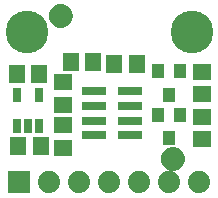
<source format=gbr>
G04 EAGLE Gerber RS-274X export*
G75*
%MOMM*%
%FSLAX34Y34*%
%LPD*%
%INSoldermask Top*%
%IPPOS*%
%AMOC8*
5,1,8,0,0,1.08239X$1,22.5*%
G01*
%ADD10C,1.101600*%
%ADD11C,0.500000*%
%ADD12C,3.617600*%
%ADD13R,1.601600X1.401600*%
%ADD14R,1.401600X1.601600*%
%ADD15R,2.001600X0.701600*%
%ADD16R,0.651600X1.301600*%
%ADD17R,1.101600X1.301600*%
%ADD18R,1.879600X1.879600*%
%ADD19C,1.879600*%


D10*
X54340Y166100D03*
D11*
X54340Y173600D02*
X54159Y173598D01*
X53978Y173591D01*
X53797Y173580D01*
X53616Y173565D01*
X53436Y173545D01*
X53256Y173521D01*
X53077Y173493D01*
X52899Y173460D01*
X52722Y173423D01*
X52545Y173382D01*
X52370Y173337D01*
X52195Y173287D01*
X52022Y173233D01*
X51851Y173175D01*
X51680Y173113D01*
X51512Y173046D01*
X51345Y172976D01*
X51179Y172902D01*
X51016Y172823D01*
X50855Y172741D01*
X50695Y172655D01*
X50538Y172565D01*
X50383Y172471D01*
X50230Y172374D01*
X50080Y172272D01*
X49932Y172168D01*
X49786Y172059D01*
X49644Y171948D01*
X49504Y171832D01*
X49367Y171714D01*
X49232Y171592D01*
X49101Y171467D01*
X48973Y171339D01*
X48848Y171208D01*
X48726Y171073D01*
X48608Y170936D01*
X48492Y170796D01*
X48381Y170654D01*
X48272Y170508D01*
X48168Y170360D01*
X48066Y170210D01*
X47969Y170057D01*
X47875Y169902D01*
X47785Y169745D01*
X47699Y169585D01*
X47617Y169424D01*
X47538Y169261D01*
X47464Y169095D01*
X47394Y168928D01*
X47327Y168760D01*
X47265Y168589D01*
X47207Y168418D01*
X47153Y168245D01*
X47103Y168070D01*
X47058Y167895D01*
X47017Y167718D01*
X46980Y167541D01*
X46947Y167363D01*
X46919Y167184D01*
X46895Y167004D01*
X46875Y166824D01*
X46860Y166643D01*
X46849Y166462D01*
X46842Y166281D01*
X46840Y166100D01*
X54340Y173600D02*
X54521Y173598D01*
X54702Y173591D01*
X54883Y173580D01*
X55064Y173565D01*
X55244Y173545D01*
X55424Y173521D01*
X55603Y173493D01*
X55781Y173460D01*
X55958Y173423D01*
X56135Y173382D01*
X56310Y173337D01*
X56485Y173287D01*
X56658Y173233D01*
X56829Y173175D01*
X57000Y173113D01*
X57168Y173046D01*
X57335Y172976D01*
X57501Y172902D01*
X57664Y172823D01*
X57825Y172741D01*
X57985Y172655D01*
X58142Y172565D01*
X58297Y172471D01*
X58450Y172374D01*
X58600Y172272D01*
X58748Y172168D01*
X58894Y172059D01*
X59036Y171948D01*
X59176Y171832D01*
X59313Y171714D01*
X59448Y171592D01*
X59579Y171467D01*
X59707Y171339D01*
X59832Y171208D01*
X59954Y171073D01*
X60072Y170936D01*
X60188Y170796D01*
X60299Y170654D01*
X60408Y170508D01*
X60512Y170360D01*
X60614Y170210D01*
X60711Y170057D01*
X60805Y169902D01*
X60895Y169745D01*
X60981Y169585D01*
X61063Y169424D01*
X61142Y169261D01*
X61216Y169095D01*
X61286Y168928D01*
X61353Y168760D01*
X61415Y168589D01*
X61473Y168418D01*
X61527Y168245D01*
X61577Y168070D01*
X61622Y167895D01*
X61663Y167718D01*
X61700Y167541D01*
X61733Y167363D01*
X61761Y167184D01*
X61785Y167004D01*
X61805Y166824D01*
X61820Y166643D01*
X61831Y166462D01*
X61838Y166281D01*
X61840Y166100D01*
X61838Y165919D01*
X61831Y165738D01*
X61820Y165557D01*
X61805Y165376D01*
X61785Y165196D01*
X61761Y165016D01*
X61733Y164837D01*
X61700Y164659D01*
X61663Y164482D01*
X61622Y164305D01*
X61577Y164130D01*
X61527Y163955D01*
X61473Y163782D01*
X61415Y163611D01*
X61353Y163440D01*
X61286Y163272D01*
X61216Y163105D01*
X61142Y162939D01*
X61063Y162776D01*
X60981Y162615D01*
X60895Y162455D01*
X60805Y162298D01*
X60711Y162143D01*
X60614Y161990D01*
X60512Y161840D01*
X60408Y161692D01*
X60299Y161546D01*
X60188Y161404D01*
X60072Y161264D01*
X59954Y161127D01*
X59832Y160992D01*
X59707Y160861D01*
X59579Y160733D01*
X59448Y160608D01*
X59313Y160486D01*
X59176Y160368D01*
X59036Y160252D01*
X58894Y160141D01*
X58748Y160032D01*
X58600Y159928D01*
X58450Y159826D01*
X58297Y159729D01*
X58142Y159635D01*
X57985Y159545D01*
X57825Y159459D01*
X57664Y159377D01*
X57501Y159298D01*
X57335Y159224D01*
X57168Y159154D01*
X57000Y159087D01*
X56829Y159025D01*
X56658Y158967D01*
X56485Y158913D01*
X56310Y158863D01*
X56135Y158818D01*
X55958Y158777D01*
X55781Y158740D01*
X55603Y158707D01*
X55424Y158679D01*
X55244Y158655D01*
X55064Y158635D01*
X54883Y158620D01*
X54702Y158609D01*
X54521Y158602D01*
X54340Y158600D01*
X54159Y158602D01*
X53978Y158609D01*
X53797Y158620D01*
X53616Y158635D01*
X53436Y158655D01*
X53256Y158679D01*
X53077Y158707D01*
X52899Y158740D01*
X52722Y158777D01*
X52545Y158818D01*
X52370Y158863D01*
X52195Y158913D01*
X52022Y158967D01*
X51851Y159025D01*
X51680Y159087D01*
X51512Y159154D01*
X51345Y159224D01*
X51179Y159298D01*
X51016Y159377D01*
X50855Y159459D01*
X50695Y159545D01*
X50538Y159635D01*
X50383Y159729D01*
X50230Y159826D01*
X50080Y159928D01*
X49932Y160032D01*
X49786Y160141D01*
X49644Y160252D01*
X49504Y160368D01*
X49367Y160486D01*
X49232Y160608D01*
X49101Y160733D01*
X48973Y160861D01*
X48848Y160992D01*
X48726Y161127D01*
X48608Y161264D01*
X48492Y161404D01*
X48381Y161546D01*
X48272Y161692D01*
X48168Y161840D01*
X48066Y161990D01*
X47969Y162143D01*
X47875Y162298D01*
X47785Y162455D01*
X47699Y162615D01*
X47617Y162776D01*
X47538Y162939D01*
X47464Y163105D01*
X47394Y163272D01*
X47327Y163440D01*
X47265Y163611D01*
X47207Y163782D01*
X47153Y163955D01*
X47103Y164130D01*
X47058Y164305D01*
X47017Y164482D01*
X46980Y164659D01*
X46947Y164837D01*
X46919Y165016D01*
X46895Y165196D01*
X46875Y165376D01*
X46860Y165557D01*
X46849Y165738D01*
X46842Y165919D01*
X46840Y166100D01*
D12*
X25400Y152400D03*
X165100Y152400D03*
D13*
X56230Y73460D03*
X56230Y54460D03*
D14*
X17170Y116760D03*
X36170Y116760D03*
D10*
X149250Y45000D03*
D11*
X149250Y52500D02*
X149069Y52498D01*
X148888Y52491D01*
X148707Y52480D01*
X148526Y52465D01*
X148346Y52445D01*
X148166Y52421D01*
X147987Y52393D01*
X147809Y52360D01*
X147632Y52323D01*
X147455Y52282D01*
X147280Y52237D01*
X147105Y52187D01*
X146932Y52133D01*
X146761Y52075D01*
X146590Y52013D01*
X146422Y51946D01*
X146255Y51876D01*
X146089Y51802D01*
X145926Y51723D01*
X145765Y51641D01*
X145605Y51555D01*
X145448Y51465D01*
X145293Y51371D01*
X145140Y51274D01*
X144990Y51172D01*
X144842Y51068D01*
X144696Y50959D01*
X144554Y50848D01*
X144414Y50732D01*
X144277Y50614D01*
X144142Y50492D01*
X144011Y50367D01*
X143883Y50239D01*
X143758Y50108D01*
X143636Y49973D01*
X143518Y49836D01*
X143402Y49696D01*
X143291Y49554D01*
X143182Y49408D01*
X143078Y49260D01*
X142976Y49110D01*
X142879Y48957D01*
X142785Y48802D01*
X142695Y48645D01*
X142609Y48485D01*
X142527Y48324D01*
X142448Y48161D01*
X142374Y47995D01*
X142304Y47828D01*
X142237Y47660D01*
X142175Y47489D01*
X142117Y47318D01*
X142063Y47145D01*
X142013Y46970D01*
X141968Y46795D01*
X141927Y46618D01*
X141890Y46441D01*
X141857Y46263D01*
X141829Y46084D01*
X141805Y45904D01*
X141785Y45724D01*
X141770Y45543D01*
X141759Y45362D01*
X141752Y45181D01*
X141750Y45000D01*
X149250Y52500D02*
X149431Y52498D01*
X149612Y52491D01*
X149793Y52480D01*
X149974Y52465D01*
X150154Y52445D01*
X150334Y52421D01*
X150513Y52393D01*
X150691Y52360D01*
X150868Y52323D01*
X151045Y52282D01*
X151220Y52237D01*
X151395Y52187D01*
X151568Y52133D01*
X151739Y52075D01*
X151910Y52013D01*
X152078Y51946D01*
X152245Y51876D01*
X152411Y51802D01*
X152574Y51723D01*
X152735Y51641D01*
X152895Y51555D01*
X153052Y51465D01*
X153207Y51371D01*
X153360Y51274D01*
X153510Y51172D01*
X153658Y51068D01*
X153804Y50959D01*
X153946Y50848D01*
X154086Y50732D01*
X154223Y50614D01*
X154358Y50492D01*
X154489Y50367D01*
X154617Y50239D01*
X154742Y50108D01*
X154864Y49973D01*
X154982Y49836D01*
X155098Y49696D01*
X155209Y49554D01*
X155318Y49408D01*
X155422Y49260D01*
X155524Y49110D01*
X155621Y48957D01*
X155715Y48802D01*
X155805Y48645D01*
X155891Y48485D01*
X155973Y48324D01*
X156052Y48161D01*
X156126Y47995D01*
X156196Y47828D01*
X156263Y47660D01*
X156325Y47489D01*
X156383Y47318D01*
X156437Y47145D01*
X156487Y46970D01*
X156532Y46795D01*
X156573Y46618D01*
X156610Y46441D01*
X156643Y46263D01*
X156671Y46084D01*
X156695Y45904D01*
X156715Y45724D01*
X156730Y45543D01*
X156741Y45362D01*
X156748Y45181D01*
X156750Y45000D01*
X156748Y44819D01*
X156741Y44638D01*
X156730Y44457D01*
X156715Y44276D01*
X156695Y44096D01*
X156671Y43916D01*
X156643Y43737D01*
X156610Y43559D01*
X156573Y43382D01*
X156532Y43205D01*
X156487Y43030D01*
X156437Y42855D01*
X156383Y42682D01*
X156325Y42511D01*
X156263Y42340D01*
X156196Y42172D01*
X156126Y42005D01*
X156052Y41839D01*
X155973Y41676D01*
X155891Y41515D01*
X155805Y41355D01*
X155715Y41198D01*
X155621Y41043D01*
X155524Y40890D01*
X155422Y40740D01*
X155318Y40592D01*
X155209Y40446D01*
X155098Y40304D01*
X154982Y40164D01*
X154864Y40027D01*
X154742Y39892D01*
X154617Y39761D01*
X154489Y39633D01*
X154358Y39508D01*
X154223Y39386D01*
X154086Y39268D01*
X153946Y39152D01*
X153804Y39041D01*
X153658Y38932D01*
X153510Y38828D01*
X153360Y38726D01*
X153207Y38629D01*
X153052Y38535D01*
X152895Y38445D01*
X152735Y38359D01*
X152574Y38277D01*
X152411Y38198D01*
X152245Y38124D01*
X152078Y38054D01*
X151910Y37987D01*
X151739Y37925D01*
X151568Y37867D01*
X151395Y37813D01*
X151220Y37763D01*
X151045Y37718D01*
X150868Y37677D01*
X150691Y37640D01*
X150513Y37607D01*
X150334Y37579D01*
X150154Y37555D01*
X149974Y37535D01*
X149793Y37520D01*
X149612Y37509D01*
X149431Y37502D01*
X149250Y37500D01*
X149069Y37502D01*
X148888Y37509D01*
X148707Y37520D01*
X148526Y37535D01*
X148346Y37555D01*
X148166Y37579D01*
X147987Y37607D01*
X147809Y37640D01*
X147632Y37677D01*
X147455Y37718D01*
X147280Y37763D01*
X147105Y37813D01*
X146932Y37867D01*
X146761Y37925D01*
X146590Y37987D01*
X146422Y38054D01*
X146255Y38124D01*
X146089Y38198D01*
X145926Y38277D01*
X145765Y38359D01*
X145605Y38445D01*
X145448Y38535D01*
X145293Y38629D01*
X145140Y38726D01*
X144990Y38828D01*
X144842Y38932D01*
X144696Y39041D01*
X144554Y39152D01*
X144414Y39268D01*
X144277Y39386D01*
X144142Y39508D01*
X144011Y39633D01*
X143883Y39761D01*
X143758Y39892D01*
X143636Y40027D01*
X143518Y40164D01*
X143402Y40304D01*
X143291Y40446D01*
X143182Y40592D01*
X143078Y40740D01*
X142976Y40890D01*
X142879Y41043D01*
X142785Y41198D01*
X142695Y41355D01*
X142609Y41515D01*
X142527Y41676D01*
X142448Y41839D01*
X142374Y42005D01*
X142304Y42172D01*
X142237Y42340D01*
X142175Y42511D01*
X142117Y42682D01*
X142063Y42855D01*
X142013Y43030D01*
X141968Y43205D01*
X141927Y43382D01*
X141890Y43559D01*
X141857Y43737D01*
X141829Y43916D01*
X141805Y44096D01*
X141785Y44276D01*
X141770Y44457D01*
X141759Y44638D01*
X141752Y44819D01*
X141750Y45000D01*
D15*
X82790Y102570D03*
X82790Y90070D03*
X82790Y77570D03*
X82790Y65070D03*
X112790Y65070D03*
X112790Y77570D03*
X112790Y90070D03*
X112790Y102570D03*
D14*
X18440Y55880D03*
X37440Y55880D03*
D16*
X17170Y73359D03*
X26670Y73359D03*
X36170Y73359D03*
X36170Y99361D03*
X17170Y99361D03*
D13*
X173990Y118720D03*
X173990Y99720D03*
X173990Y80620D03*
X173990Y61620D03*
D14*
X62890Y127000D03*
X81890Y127000D03*
X118720Y125730D03*
X99720Y125730D03*
D17*
X146050Y99220D03*
X136550Y119220D03*
X155550Y119220D03*
X146050Y62390D03*
X136550Y82390D03*
X155550Y82390D03*
D13*
X55880Y109830D03*
X55880Y90830D03*
D18*
X19050Y25400D03*
D19*
X44450Y25400D03*
X69850Y25400D03*
X95250Y25400D03*
X120650Y25400D03*
X146050Y25400D03*
X171450Y25400D03*
M02*

</source>
